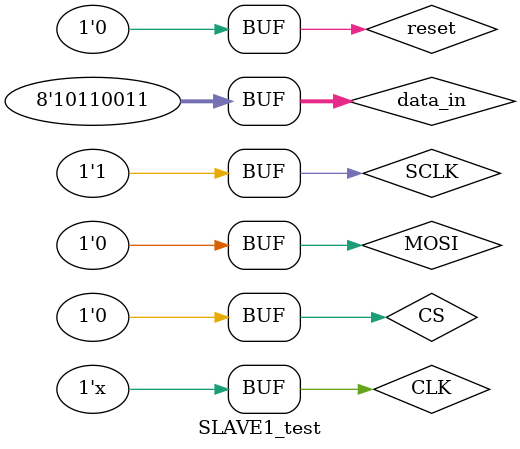
<source format=v>
module SLAVE1_test;
reg MOSI, SCLK, CS, reset, CLK;
reg [7:0]data_in;	
wire MISO, done;
wire [7:0]rx;

SLAVE1 ins(MOSI, SCLK, CS, reset, CLK, data_in, MISO, done, rx);
parameter mode= 2'd2;//[CPOL, CPHA]

always #5 CLK = ~CLK;

initial begin
MOSI= 0;
SCLK= mode[1];
CS= 1;
reset= 1;
CLK= 0;
data_in = 8'b0;

#20 reset= 0;
#10 CS= 0;
#10 data_in= 8'b10110011;
MOSI= 1;
#10 SCLK= ~SCLK;
#10 SCLK= ~SCLK;
MOSI= 1;
#10 SCLK= ~SCLK;
#10 SCLK= ~SCLK;
MOSI= 0;
#10 SCLK= ~SCLK;
#10 SCLK= ~SCLK;
MOSI= 0;
#10 SCLK= ~SCLK;
#10 SCLK= ~SCLK;
MOSI= 1;
#10 SCLK= ~SCLK;
#10 SCLK= ~SCLK;
MOSI= 0;
#10 SCLK= ~SCLK;
#10 SCLK= ~SCLK;
MOSI= 1;
#10 SCLK= ~SCLK;
#10 SCLK= ~SCLK;
MOSI= 0;
#10 SCLK= ~SCLK;
#10 SCLK= ~SCLK;
#20;
end
endmodule


</source>
